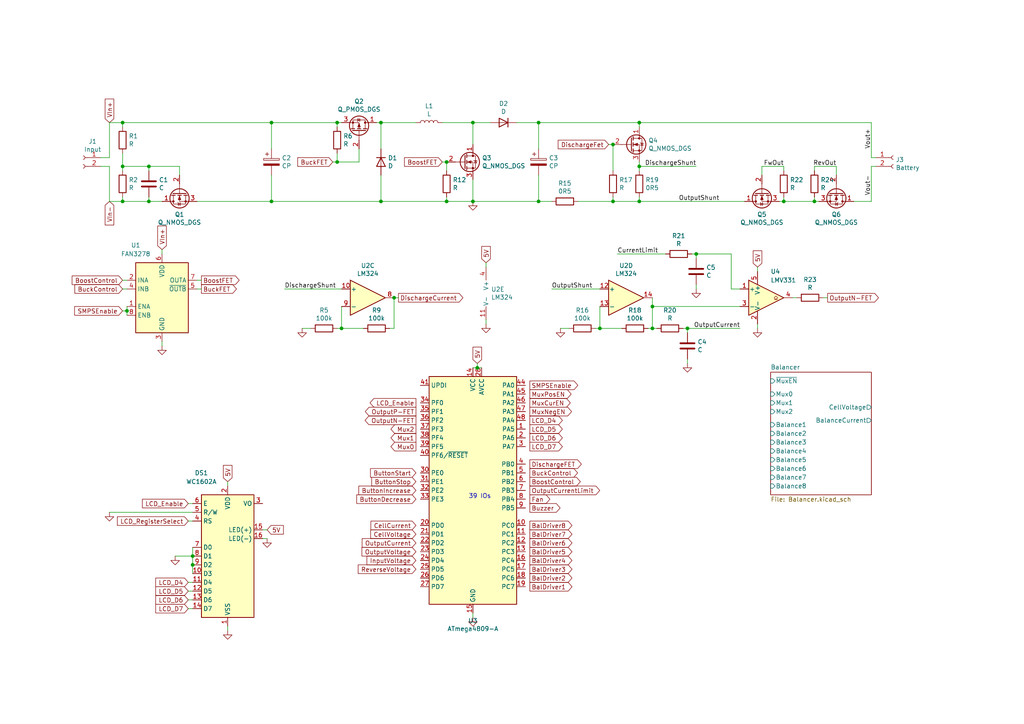
<source format=kicad_sch>
(kicad_sch (version 20211123) (generator eeschema)
  (paper "A4")
  (title_block (title "8-Cell Balancer Charger") (date "2024-01-10") (rev "-"))
  (lib_symbols
    (symbol "Amplifier_Operational:LM324" (pin_names (offset 0.127))
      (property "Reference" "U" (at 0 5.08 0))
      (property "Value" "LM324" (at 0 -5.08 0))
      (symbol "LM324_1_1"
        (pin output line (at 7.62 0 180) (length 2.54) (name "~") (number "1"))
        (pin input line (at -7.62 -2.54 0) (length 2.54) (name "-") (number "2"))
        (pin input line (at -7.62 2.54 0) (length 2.54) (name "+") (number "3"))
      )
      (symbol "LM324_2_1"
        (pin input line (at -7.62 2.54 0) (length 2.54) (name "+") (number "5"))
        (pin input line (at -7.62 -2.54 0) (length 2.54) (name "-") (number "6"))
        (pin output line (at 7.62 0 180) (length 2.54) (name "~") (number "7"))
      )
      (symbol "LM324_3_1"
        (pin input line (at -7.62 2.54 0) (length 2.54) (name "+") (number "10"))
        (pin output line (at 7.62 0 180) (length 2.54) (name "~") (number "8"))
        (pin input line (at -7.62 -2.54 0) (length 2.54) (name "-") (number "9"))
      )
      (symbol "LM324_4_1"
        (pin input line (at -7.62 2.54 0) (length 2.54) (name "+") (number "12"))
        (pin input line (at -7.62 -2.54 0) (length 2.54) (name "-") (number "13"))
        (pin output line (at 7.62 0 180) (length 2.54) (name "~") (number "14"))
      )
      (symbol "LM324_5_1"
        (pin power_in line (at -2.54 -7.62 90) (length 3.81) (name "V-") (number "11"))
        (pin power_in line (at -2.54 7.62 270) (length 3.81) (name "V+") (number "4"))
      )
    )
    (symbol "Comparator:LMV331" (pin_names (offset 0.127))
      (property "Reference" "U" (at 1.27 5.08 0))
      (property "Value" "LMV331" (at 3.81 -5.08 0))
      (symbol "LMV331_1_1"
        (pin input line (at -7.62 2.54 0) (length 2.54) (name "+") (number "1"))
        (pin power_in line (at -2.54 -7.62 90) (length 3.81) (name "V-") (number "2"))
        (pin input line (at -7.62 -2.54 0) (length 2.54) (name "-") (number "3"))
        (pin open_collector line (at 7.62 0 180) (length 2.54) (name "~") (number "4"))
        (pin power_in line (at -2.54 7.62 270) (length 3.81) (name "V+") (number "5"))
      )
    )
    (symbol "Connector:Conn_01x02_Female" (pin_names (offset 1.016) hide)
      (property "Reference" "J" (at 0 2.54 0))
      (property "Value" "Conn_01x02_Female" (at 0 -5.08 0))
      (symbol "Conn_01x02_Female_1_1"
        (pin passive line (at -5.08 0 0) (length 3.81) (name "Pin_1") (number "1"))
        (pin passive line (at -5.08 -2.54 0) (length 3.81) (name "Pin_2") (number "2"))
      )
    )
    (symbol "Device:Buzzer" (pin_names (offset 0.0254) hide)
      (property "Reference" "BZ" (at 3.81 1.27 0))
      (property "Value" "Buzzer" (at 3.81 -1.27 0))
      (symbol "Buzzer_1_1"
        (pin passive line (at -2.54 2.54 0) (length 2.54) (name "-") (number "1"))
        (pin passive line (at -2.54 -2.54 0) (length 2.54) (name "+") (number "2"))
      )
    )
    (symbol "Device:C" (pin_numbers hide) (pin_names (offset 0.254))
      (property "Reference" "C" (at 0.635 2.54 0))
      (property "Value" "C" (at 0.635 -2.54 0))
      (symbol "C_1_1"
        (pin passive line (at 0 3.81 270) (length 2.794) (name "~") (number "1"))
        (pin passive line (at 0 -3.81 90) (length 2.794) (name "~") (number "2"))
      )
    )
    (symbol "Device:CP" (pin_numbers hide) (pin_names (offset 0.254))
      (property "Reference" "C" (at 0.635 2.54 0))
      (property "Value" "Device_CP" (at 0.635 -2.54 0))
      (symbol "CP_1_1"
        (pin passive line (at 0 3.81 270) (length 2.794) (name "~") (number "1"))
        (pin passive line (at 0 -3.81 90) (length 2.794) (name "~") (number "2"))
      )
    )
    (symbol "Device:D" (pin_numbers hide) (pin_names (offset 1.016) hide)
      (property "Reference" "D" (at 0 2.54 0))
      (property "Value" "D" (at 0 -2.54 0))
      (symbol "D_1_1"
        (pin passive line (at -3.81 0 0) (length 2.54) (name "K") (number "1"))
        (pin passive line (at 3.81 0 180) (length 2.54) (name "A") (number "2"))
      )
    )
    (symbol "Device:L" (pin_numbers hide) (pin_names (offset 1.016) hide)
      (property "Reference" "L" (at -1.27 0 90))
      (property "Value" "L" (at 1.905 0 90))
      (symbol "L_1_1"
        (pin passive line (at 0 3.81 270) (length 1.27) (name "1") (number "1"))
        (pin passive line (at 0 -3.81 90) (length 1.27) (name "2") (number "2"))
      )
    )
    (symbol "Device:Q_NMOS_DGS" (pin_names (offset 0) hide)
      (property "Reference" "Q" (at 5.08 1.27 0))
      (property "Value" "Q_NMOS_DGS" (at 5.08 -1.27 0))
      (symbol "Q_NMOS_DGS_1_1"
        (pin passive line (at 2.54 5.08 270) (length 2.54) (name "D") (number "1"))
        (pin input line (at -5.08 0 0) (length 2.54) (name "G") (number "2"))
        (pin passive line (at 2.54 -5.08 90) (length 2.54) (name "S") (number "3"))
      )
    )
    (symbol "Device:Q_PMOS_DGS" (pin_names (offset 0) hide)
      (property "Reference" "Q" (at 5.08 1.27 0))
      (property "Value" "Q_PMOS_DGS" (at 5.08 -1.27 0))
      (symbol "Q_PMOS_DGS_1_1"
        (pin passive line (at 2.54 5.08 270) (length 2.54) (name "D") (number "1"))
        (pin input line (at -5.08 0 0) (length 2.54) (name "G") (number "2"))
        (pin passive line (at 2.54 -5.08 90) (length 2.54) (name "S") (number "3"))
      )
    )
    (symbol "Device:R" (pin_numbers hide) (pin_names (offset 0))
      (property "Reference" "R" (at 2.032 0 90))
      (property "Value" "R" (at 0 0 90))
      (symbol "R_1_1"
        (pin passive line (at 0 3.81 270) (length 1.27) (name "~") (number "1"))
        (pin passive line (at 0 -3.81 90) (length 1.27) (name "~") (number "2"))
      )
    )
    (symbol "Display_Character:WC1602A"
      (property "Reference" "DS" (at -5.842 19.05 0))
      (property "Value" "WC1602A" (at 5.334 19.05 0))
      (symbol "WC1602A_1_1"
        (pin power_in line (at 0 -20.32 90) (length 2.54) (name "VSS") (number "1"))
        (pin input line (at -10.16 -5.08 0) (length 2.54) (name "D3") (number "10"))
        (pin input line (at -10.16 -7.62 0) (length 2.54) (name "D4") (number "11"))
        (pin input line (at -10.16 -10.16 0) (length 2.54) (name "D5") (number "12"))
        (pin input line (at -10.16 -12.7 0) (length 2.54) (name "D6") (number "13"))
        (pin input line (at -10.16 -15.24 0) (length 2.54) (name "D7") (number "14"))
        (pin power_in line (at 10.16 7.62 180) (length 2.54) (name "LED(+)") (number "15"))
        (pin power_in line (at 10.16 5.08 180) (length 2.54) (name "LED(-)") (number "16"))
        (pin power_in line (at 0 20.32 270) (length 2.54) (name "VDD") (number "2"))
        (pin input line (at 10.16 15.24 180) (length 2.54) (name "VO") (number "3"))
        (pin input line (at -10.16 10.16 0) (length 2.54) (name "RS") (number "4"))
        (pin input line (at -10.16 12.7 0) (length 2.54) (name "R/W") (number "5"))
        (pin input line (at -10.16 15.24 0) (length 2.54) (name "E") (number "6"))
        (pin input line (at -10.16 2.54 0) (length 2.54) (name "D0") (number "7"))
        (pin input line (at -10.16 0 0) (length 2.54) (name "D1") (number "8"))
        (pin input line (at -10.16 -2.54 0) (length 2.54) (name "D2") (number "9"))
      )
    )
    (symbol "Driver_FET:FAN3278"
      (property "Reference" "U" (at -2.54 13.97 0))
      (property "Value" "FAN3278" (at -2.54 11.43 0))
      (symbol "FAN3278_1_1"
        (pin input line (at -10.16 -2.54 0) (length 2.54) (name "ENA") (number "1"))
        (pin input line (at -10.16 5.08 0) (length 2.54) (name "INA") (number "2"))
        (pin power_in line (at 0 -12.7 90) (length 2.54) (name "GND") (number "3"))
        (pin input line (at -10.16 2.54 0) (length 2.54) (name "INB") (number "4"))
        (pin output line (at 10.16 2.54 180) (length 2.54) (name "~{OUTB}") (number "5"))
        (pin power_in line (at 0 12.7 270) (length 2.54) (name "VDD") (number "6"))
        (pin output line (at 10.16 5.08 180) (length 2.54) (name "OUTA") (number "7"))
        (pin input line (at -10.16 -5.08 0) (length 2.54) (name "ENB") (number "8"))
      )
    )
    (symbol "MCU_Microchip_ATmega:ATmega4809-A"
      (property "Reference" "U" (at -12.7 34.29 0))
      (property "Value" "ATmega4809-A" (at 2.54 -34.29 0))
      (symbol "ATmega4809-A_1_1"
        (pin bidirectional line (at 15.24 17.78 180) (length 2.54) (name "PA5") (number "1"))
        (pin bidirectional line (at 15.24 -10.16 180) (length 2.54) (name "PC0") (number "10"))
        (pin bidirectional line (at 15.24 -12.7 180) (length 2.54) (name "PC1") (number "11"))
        (pin bidirectional line (at 15.24 -15.24 180) (length 2.54) (name "PC2") (number "12"))
        (pin bidirectional line (at 15.24 -17.78 180) (length 2.54) (name "PC3") (number "13"))
        (pin power_in line (at 0 35.56 270) (length 2.54) (name "VCC") (number "14"))
        (pin power_in line (at 0 -35.56 90) (length 2.54) (name "GND") (number "15"))
        (pin bidirectional line (at 15.24 -20.32 180) (length 2.54) (name "PC4") (number "16"))
        (pin bidirectional line (at 15.24 -22.86 180) (length 2.54) (name "PC5") (number "17"))
        (pin bidirectional line (at 15.24 -25.4 180) (length 2.54) (name "PC6") (number "18"))
        (pin bidirectional line (at 15.24 -27.94 180) (length 2.54) (name "PC7") (number "19"))
        (pin bidirectional line (at 15.24 15.24 180) (length 2.54) (name "PA6") (number "2"))
        (pin bidirectional line (at -15.24 -10.16 0) (length 2.54) (name "PD0") (number "20"))
        (pin bidirectional line (at -15.24 -12.7 0) (length 2.54) (name "PD1") (number "21"))
        (pin bidirectional line (at -15.24 -15.24 0) (length 2.54) (name "PD2") (number "22"))
        (pin bidirectional line (at -15.24 -17.78 0) (length 2.54) (name "PD3") (number "23"))
        (pin bidirectional line (at -15.24 -20.32 0) (length 2.54) (name "PD4") (number "24"))
        (pin bidirectional line (at -15.24 -22.86 0) (length 2.54) (name "PD5") (number "25"))
        (pin bidirectional line (at -15.24 -25.4 0) (length 2.54) (name "PD6") (number "26"))
        (pin bidirectional line (at -15.24 -27.94 0) (length 2.54) (name "PD7") (number "27"))
        (pin power_in line (at 2.54 35.56 270) (length 2.54) (name "AVCC") (number "28"))
        (pin passive line (at 0 -35.56 90) (length 2.54) hide (name "GND") (number "29"))
        (pin bidirectional line (at 15.24 12.7 180) (length 2.54) (name "PA7") (number "3"))
        (pin bidirectional line (at -15.24 5.08 0) (length 2.54) (name "PE0") (number "30"))
        (pin bidirectional line (at -15.24 2.54 0) (length 2.54) (name "PE1") (number "31"))
        (pin bidirectional line (at -15.24 0 0) (length 2.54) (name "PE2") (number "32"))
        (pin bidirectional line (at -15.24 -2.54 0) (length 2.54) (name "PE3") (number "33"))
        (pin bidirectional line (at -15.24 25.4 0) (length 2.54) (name "PF0") (number "34"))
        (pin bidirectional line (at -15.24 22.86 0) (length 2.54) (name "PF1") (number "35"))
        (pin bidirectional line (at -15.24 20.32 0) (length 2.54) (name "PF2") (number "36"))
        (pin bidirectional line (at -15.24 17.78 0) (length 2.54) (name "PF3") (number "37"))
        (pin bidirectional line (at -15.24 15.24 0) (length 2.54) (name "PF4") (number "38"))
        (pin bidirectional line (at -15.24 12.7 0) (length 2.54) (name "PF5") (number "39"))
        (pin bidirectional line (at 15.24 7.62 180) (length 2.54) (name "PB0") (number "4"))
        (pin bidirectional line (at -15.24 10.16 0) (length 2.54) (name "PF6/~{RESET}") (number "40"))
        (pin bidirectional line (at -15.24 30.48 0) (length 2.54) (name "UPDI") (number "41"))
        (pin passive line (at 0 35.56 270) (length 2.54) hide (name "VCC") (number "42"))
        (pin passive line (at 0 -35.56 90) (length 2.54) hide (name "GND") (number "43"))
        (pin bidirectional line (at 15.24 30.48 180) (length 2.54) (name "PA0") (number "44"))
        (pin bidirectional line (at 15.24 27.94 180) (length 2.54) (name "PA1") (number "45"))
        (pin bidirectional line (at 15.24 25.4 180) (length 2.54) (name "PA2") (number "46"))
        (pin bidirectional line (at 15.24 22.86 180) (length 2.54) (name "PA3") (number "47"))
        (pin bidirectional line (at 15.24 20.32 180) (length 2.54) (name "PA4") (number "48"))
        (pin bidirectional line (at 15.24 5.08 180) (length 2.54) (name "PB1") (number "5"))
        (pin bidirectional line (at 15.24 2.54 180) (length 2.54) (name "PB2") (number "6"))
        (pin bidirectional line (at 15.24 0 180) (length 2.54) (name "PB3") (number "7"))
        (pin bidirectional line (at 15.24 -2.54 180) (length 2.54) (name "PB4") (number "8"))
        (pin bidirectional line (at 15.24 -5.08 180) (length 2.54) (name "PB5") (number "9"))
      )
    )
    (symbol "Regulator_Linear:L7805" (pin_names (offset 0.254))
      (property "Reference" "U" (at -3.81 3.175 0))
      (property "Value" "L7805" (at 0 3.175 0))
      (symbol "L7805_1_1"
        (pin power_in line (at -7.62 0 0) (length 2.54) (name "IN") (number "1"))
        (pin power_in line (at 0 -7.62 90) (length 2.54) (name "GND") (number "2"))
        (pin power_out line (at 7.62 0 180) (length 2.54) (name "OUT") (number "3"))
      )
    )
    (symbol "Switch:SW_Push" (pin_numbers hide) (pin_names (offset 1.016) hide)
      (property "Reference" "SW" (at 1.27 2.54 0))
      (property "Value" "SW_Push" (at 0 -1.524 0))
      (symbol "SW_Push_0_1"
        (pin passive line (at -5.08 0 0) (length 2.54) (name "1") (number "1"))
        (pin passive line (at 5.08 0 180) (length 2.54) (name "2") (number "2"))
      )
    )
    (symbol "power:GND" (power) (pin_names (offset 0))
      (property "Value" "GND" (at 0 -3.81 0))
      (symbol "GND_1_1"
        (pin power_in line (at 0 0 270) (length 0) hide (name "GND") (number "1"))
      )
    )
  )
  (junction (at 236.22 58.42))
  (junction (at 35.56 48.26))
  (junction (at 201.93 73.66))
  (junction (at 110.49 58.42))
  (junction (at 80.01 236.22))
  (junction (at 35.56 58.42))
  (junction (at 274.32 240.03))
  (junction (at 55.88 161.29))
  (junction (at 173.99 95.25))
  (junction (at 264.16 231.14))
  (junction (at 185.42 58.42))
  (junction (at 129.54 58.42))
  (junction (at 129.54 46.99))
  (junction (at 110.49 35.56))
  (junction (at 35.56 35.56))
  (junction (at 99.06 95.25))
  (junction (at 43.18 58.42))
  (junction (at 97.79 35.56))
  (junction (at 156.21 35.56))
  (junction (at 78.74 35.56))
  (junction (at 156.21 58.42))
  (junction (at 284.48 231.14))
  (junction (at 97.79 46.99))
  (junction (at 189.23 95.25))
  (junction (at 137.16 58.42))
  (junction (at 177.8 41.91))
  (junction (at 138.43 106.68))
  (junction (at 36.83 90.17))
  (junction (at 199.39 95.25))
  (junction (at 55.88 163.83))
  (junction (at 143.51 236.22))
  (junction (at 43.18 48.26))
  (junction (at 185.42 48.26))
  (junction (at 137.16 35.56))
  (junction (at 185.42 35.56))
  (junction (at 189.23 88.9))
  (junction (at 227.33 58.42))
  (junction (at 177.8 58.42))
  (junction (at 78.74 58.42))
  (junction (at 120.65 236.22))
  (junction (at 100.33 236.22))
  (junction (at 114.3 86.36))
  (wire (pts (xy 55.88 163.83) (xy 55.88 166.37)))
  (wire (pts (xy 173.99 88.9) (xy 173.99 95.25)))
  (wire (pts (xy 55.88 171.45) (xy 54.61 171.45)))
  (wire (pts (xy 114.3 95.25) (xy 114.3 86.36)))
  (wire (pts (xy 177.8 57.15) (xy 177.8 58.42)))
  (wire (pts (xy 231.14 229.87) (xy 219.71 229.87)))
  (wire (pts (xy 97.79 36.83) (xy 97.79 35.56)))
  (wire (pts (xy 90.17 95.25) (xy 87.63 95.25)))
  (wire (pts (xy 189.23 88.9) (xy 189.23 95.25)))
  (wire (pts (xy 226.06 58.42) (xy 227.33 58.42)))
  (wire (pts (xy 97.79 35.56) (xy 78.74 35.56)))
  (wire (pts (xy 100.33 236.22) (xy 101.6 236.22)))
  (wire (pts (xy 43.18 58.42) (xy 35.56 58.42)))
  (wire (pts (xy 238.76 86.36) (xy 240.03 86.36)))
  (wire (pts (xy 227.33 48.26) (xy 220.98 48.26)))
  (wire (pts (xy 236.22 58.42) (xy 237.49 58.42)))
  (wire (pts (xy 36.83 88.9) (xy 36.83 90.17)))
  (wire (pts (xy 78.74 58.42) (xy 110.49 58.42)))
  (wire (pts (xy 120.65 234.95) (xy 120.65 236.22)))
  (wire (pts (xy 254 45.72) (xy 252.73 45.72)))
  (wire (pts (xy 156.21 50.8) (xy 156.21 58.42)))
  (wire (pts (xy 100.33 246.38) (xy 100.33 245.11)))
  (wire (pts (xy 104.14 43.18) (xy 104.14 46.99)))
  (wire (pts (xy 140.97 76.2) (xy 140.97 77.47)))
  (wire (pts (xy 66.04 139.7) (xy 66.04 140.97)))
  (wire (pts (xy 54.61 173.99) (xy 55.88 173.99)))
  (wire (pts (xy 236.22 57.15) (xy 236.22 58.42)))
  (wire (pts (xy 55.88 240.03) (xy 57.15 240.03)))
  (wire (pts (xy 177.8 58.42) (xy 185.42 58.42)))
  (wire (pts (xy 252.73 58.42) (xy 252.73 48.26)))
  (wire (pts (xy 242.57 48.26) (xy 242.57 50.8)))
  (wire (pts (xy 149.86 35.56) (xy 156.21 35.56)))
  (wire (pts (xy 185.42 49.53) (xy 185.42 48.26)))
  (wire (pts (xy 55.88 151.13) (xy 54.61 151.13)))
  (wire (pts (xy 78.74 43.18) (xy 78.74 35.56)))
  (wire (pts (xy 187.96 95.25) (xy 189.23 95.25)))
  (wire (pts (xy 229.87 86.36) (xy 231.14 86.36)))
  (wire (pts (xy 185.42 243.84) (xy 201.93 243.84)))
  (wire (pts (xy 227.33 58.42) (xy 236.22 58.42)))
  (wire (pts (xy 227.33 49.53) (xy 227.33 48.26)))
  (wire (pts (xy 143.51 226.06) (xy 143.51 227.33)))
  (wire (pts (xy 201.93 48.26) (xy 185.42 48.26)))
  (wire (pts (xy 54.61 168.91) (xy 55.88 168.91)))
  (wire (pts (xy 185.42 58.42) (xy 185.42 57.15)))
  (wire (pts (xy 99.06 88.9) (xy 99.06 95.25)))
  (wire (pts (xy 100.33 236.22) (xy 100.33 237.49)))
  (wire (pts (xy 35.56 57.15) (xy 35.56 58.42)))
  (wire (pts (xy 185.42 48.26) (xy 185.42 46.99)))
  (wire (pts (xy 196.85 229.87) (xy 185.42 229.87)))
  (wire (pts (xy 99.06 35.56) (xy 97.79 35.56)))
  (wire (pts (xy 35.56 58.42) (xy 31.75 58.42)))
  (wire (pts (xy 219.71 78.74) (xy 219.71 77.47)))
  (wire (pts (xy 128.27 46.99) (xy 129.54 46.99)))
  (wire (pts (xy 54.61 228.6) (xy 55.88 228.6)))
  (wire (pts (xy 185.42 35.56) (xy 252.73 35.56)))
  (wire (pts (xy 281.94 231.14) (xy 284.48 231.14)))
  (wire (pts (xy 80.01 236.22) (xy 80.01 237.49)))
  (wire (pts (xy 220.98 48.26) (xy 220.98 50.8)))
  (wire (pts (xy 57.15 245.11) (xy 55.88 245.11)))
  (wire (pts (xy 35.56 35.56) (xy 78.74 35.56)))
  (wire (pts (xy 100.33 234.95) (xy 100.33 236.22)))
  (wire (pts (xy 43.18 48.26) (xy 43.18 49.53)))
  (wire (pts (xy 80.01 236.22) (xy 81.28 236.22)))
  (wire (pts (xy 201.93 73.66) (xy 212.09 73.66)))
  (wire (pts (xy 274.32 240.03) (xy 284.48 240.03)))
  (wire (pts (xy 274.32 241.3) (xy 274.32 240.03)))
  (wire (pts (xy 264.16 232.41) (xy 264.16 231.14)))
  (wire (pts (xy 35.56 83.82) (xy 36.83 83.82)))
  (wire (pts (xy 100.33 227.33) (xy 100.33 226.06)))
  (wire (pts (xy 80.01 234.95) (xy 80.01 236.22)))
  (wire (pts (xy 43.18 48.26) (xy 52.07 48.26)))
  (wire (pts (xy 110.49 50.8) (xy 110.49 58.42)))
  (wire (pts (xy 129.54 58.42) (xy 137.16 58.42)))
  (wire (pts (xy 140.97 92.71) (xy 140.97 93.98)))
  (wire (pts (xy 110.49 35.56) (xy 120.65 35.56)))
  (wire (pts (xy 114.3 86.36) (xy 115.57 86.36)))
  (wire (pts (xy 227.33 57.15) (xy 227.33 58.42)))
  (wire (pts (xy 35.56 48.26) (xy 43.18 48.26)))
  (wire (pts (xy 76.2 156.21) (xy 77.47 156.21)))
  (wire (pts (xy 252.73 45.72) (xy 252.73 35.56)))
  (wire (pts (xy 113.03 95.25) (xy 114.3 95.25)))
  (wire (pts (xy 179.07 73.66) (xy 193.04 73.66)))
  (wire (pts (xy 31.75 148.59) (xy 55.88 148.59)))
  (wire (pts (xy 200.66 73.66) (xy 201.93 73.66)))
  (wire (pts (xy 58.42 83.82) (xy 57.15 83.82)))
  (wire (pts (xy 209.55 243.84) (xy 208.28 243.84)))
  (wire (pts (xy 54.61 146.05) (xy 55.88 146.05)))
  (wire (pts (xy 55.88 176.53) (xy 54.61 176.53)))
  (wire (pts (xy 252.73 48.26) (xy 254 48.26)))
  (wire (pts (xy 172.72 95.25) (xy 173.99 95.25)))
  (wire (pts (xy 177.8 41.91) (xy 177.8 49.53)))
  (wire (pts (xy 57.15 58.42) (xy 78.74 58.42)))
  (wire (pts (xy 143.51 234.95) (xy 143.51 236.22)))
  (wire (pts (xy 138.43 105.41) (xy 138.43 106.68)))
  (wire (pts (xy 66.04 181.61) (xy 66.04 182.88)))
  (wire (pts (xy 46.99 72.39) (xy 46.99 73.66)))
  (wire (pts (xy 212.09 73.66) (xy 212.09 83.82)))
  (wire (pts (xy 199.39 95.25) (xy 214.63 95.25)))
  (wire (pts (xy 137.16 52.07) (xy 137.16 58.42)))
  (wire (pts (xy 57.15 81.28) (xy 58.42 81.28)))
  (wire (pts (xy 212.09 83.82) (xy 214.63 83.82)))
  (wire (pts (xy 35.56 48.26) (xy 35.56 49.53)))
  (wire (pts (xy 264.16 240.03) (xy 274.32 240.03)))
  (wire (pts (xy 129.54 57.15) (xy 129.54 58.42)))
  (wire (pts (xy 128.27 35.56) (xy 137.16 35.56)))
  (wire (pts (xy 236.22 49.53) (xy 236.22 48.26)))
  (wire (pts (xy 138.43 106.68) (xy 137.16 106.68)))
  (wire (pts (xy 35.56 44.45) (xy 35.56 48.26)))
  (wire (pts (xy 52.07 48.26) (xy 52.07 50.8)))
  (wire (pts (xy 198.12 95.25) (xy 199.39 95.25)))
  (wire (pts (xy 31.75 35.56) (xy 35.56 35.56)))
  (wire (pts (xy 31.75 48.26) (xy 31.75 58.42)))
  (wire (pts (xy 82.55 83.82) (xy 99.06 83.82)))
  (wire (pts (xy 97.79 46.99) (xy 104.14 46.99)))
  (wire (pts (xy 36.83 90.17) (xy 36.83 91.44)))
  (wire (pts (xy 156.21 35.56) (xy 156.21 43.18)))
  (wire (pts (xy 78.74 50.8) (xy 78.74 58.42)))
  (wire (pts (xy 264.16 231.14) (xy 260.35 231.14)))
  (wire (pts (xy 96.52 46.99) (xy 97.79 46.99)))
  (wire (pts (xy 137.16 35.56) (xy 142.24 35.56)))
  (wire (pts (xy 55.88 161.29) (xy 50.8 161.29)))
  (wire (pts (xy 189.23 95.25) (xy 190.5 95.25)))
  (wire (pts (xy 97.79 44.45) (xy 97.79 46.99)))
  (wire (pts (xy 173.99 95.25) (xy 180.34 95.25)))
  (wire (pts (xy 80.01 246.38) (xy 80.01 245.11)))
  (wire (pts (xy 143.51 246.38) (xy 143.51 245.11)))
  (wire (pts (xy 129.54 49.53) (xy 129.54 46.99)))
  (wire (pts (xy 199.39 95.25) (xy 199.39 96.52)))
  (wire (pts (xy 156.21 58.42) (xy 160.02 58.42)))
  (wire (pts (xy 176.53 41.91) (xy 177.8 41.91)))
  (wire (pts (xy 55.88 226.06) (xy 54.61 226.06)))
  (wire (pts (xy 165.1 95.25) (xy 162.56 95.25)))
  (wire (pts (xy 29.21 48.26) (xy 31.75 48.26)))
  (wire (pts (xy 110.49 58.42) (xy 129.54 58.42)))
  (wire (pts (xy 156.21 35.56) (xy 185.42 35.56)))
  (wire (pts (xy 143.51 236.22) (xy 144.78 236.22)))
  (wire (pts (xy 110.49 35.56) (xy 110.49 43.18)))
  (wire (pts (xy 97.79 95.25) (xy 99.06 95.25)))
  (wire (pts (xy 109.22 35.56) (xy 110.49 35.56)))
  (wire (pts (xy 35.56 90.17) (xy 36.83 90.17)))
  (wire (pts (xy 219.71 95.25) (xy 219.71 93.98)))
  (wire (pts (xy 137.16 35.56) (xy 137.16 41.91)))
  (wire (pts (xy 185.42 58.42) (xy 215.9 58.42)))
  (wire (pts (xy 274.32 240.03) (xy 274.32 238.76)))
  (wire (pts (xy 55.88 161.29) (xy 55.88 163.83)))
  (wire (pts (xy 236.22 48.26) (xy 242.57 48.26)))
  (wire (pts (xy 175.26 229.87) (xy 173.99 229.87)))
  (wire (pts (xy 43.18 57.15) (xy 43.18 58.42)))
  (wire (pts (xy 138.43 106.68) (xy 139.7 106.68)))
  (wire (pts (xy 167.64 58.42) (xy 177.8 58.42)))
  (wire (pts (xy 55.88 158.75) (xy 55.88 161.29)))
  (wire (pts (xy 247.65 58.42) (xy 252.73 58.42)))
  (wire (pts (xy 29.21 45.72) (xy 31.75 45.72)))
  (wire (pts (xy 189.23 88.9) (xy 214.63 88.9)))
  (wire (pts (xy 209.55 229.87) (xy 208.28 229.87)))
  (wire (pts (xy 36.83 81.28) (xy 35.56 81.28)))
  (wire (pts (xy 35.56 36.83) (xy 35.56 35.56)))
  (wire (pts (xy 80.01 227.33) (xy 80.01 226.06)))
  (wire (pts (xy 219.71 243.84) (xy 234.95 243.84)))
  (wire (pts (xy 284.48 232.41) (xy 284.48 231.14)))
  (wire (pts (xy 189.23 86.36) (xy 189.23 88.9)))
  (wire (pts (xy 160.02 83.82) (xy 173.99 83.82)))
  (wire (pts (xy 266.7 231.14) (xy 264.16 231.14)))
  (wire (pts (xy 199.39 105.41) (xy 199.39 104.14)))
  (wire (pts (xy 143.51 236.22) (xy 143.51 237.49)))
  (wire (pts (xy 99.06 95.25) (xy 105.41 95.25)))
  (wire (pts (xy 201.93 73.66) (xy 201.93 74.93)))
  (wire (pts (xy 46.99 100.33) (xy 46.99 99.06)))
  (wire (pts (xy 120.65 246.38) (xy 120.65 245.11)))
  (wire (pts (xy 120.65 236.22) (xy 121.92 236.22)))
  (wire (pts (xy 137.16 58.42) (xy 156.21 58.42)))
  (wire (pts (xy 137.16 177.8) (xy 137.16 179.07)))
  (wire (pts (xy 76.2 153.67) (xy 77.47 153.67)))
  (wire (pts (xy 120.65 226.06) (xy 120.65 227.33)))
  (wire (pts (xy 284.48 231.14) (xy 288.29 231.14)))
  (wire (pts (xy 120.65 236.22) (xy 120.65 237.49)))
  (wire (pts (xy 185.42 36.83) (xy 185.42 35.56)))
  (wire (pts (xy 175.26 243.84) (xy 173.99 243.84)))
  (wire (pts (xy 201.93 83.82) (xy 201.93 82.55)))
  (wire (pts (xy 31.75 35.56) (xy 31.75 45.72)))
  (wire (pts (xy 46.99 58.42) (xy 43.18 58.42)))
  (text "39 IOs" (at 135.89 144.78 0) (effects (font (size 1.27 1.27)) (justify left bottom)))
  (label "DischargeShunt" (at 82.55 83.82 0))
  (label "OutputShunt" (at 160.02 83.82 0))
  (label "Vout-" (at 252.73 50.8 270))
  (label "Vout+" (at 252.73 43.18 90))
  (label "CurrentLimit" (at 179.07 73.66 0))
  (label "ButtonDecrease" (at 201.93 243.84 180))
  (label "OutputCurrent" (at 214.63 95.25 180))
  (label "ButtonStop" (at 196.85 229.87 180))
  (label "DischargeShunt" (at 201.93 48.26 180))
  (label "OutputShunt" (at 196.85 58.42 0))
  (label "FwOut" (at 227.33 48.26 180))
  (label "ButtonStart" (at 231.14 229.87 180))
  (label "RevOut" (at 242.57 48.26 180))
  (label "ButtonIncrease" (at 234.95 243.84 180))
  (global_label "Fan" (shape output) (at 153.67 144.78 0) (property "Intersheet References" "${INTERSHEET_REFS}" (effects hide)))
  (global_label "LCD_D4" (shape input) (at 54.61 168.91 180) (property "Intersheet References" "${INTERSHEET_REFS}" (effects hide)))
  (global_label "5V" (shape input) (at 80.01 226.06 90) (property "Intersheet References" "${INTERSHEET_REFS}" (effects hide)))
  (global_label "OutputCurrent" (shape input) (at 120.65 157.48 180) (property "Intersheet References" "${INTERSHEET_REFS}" (effects hide)))
  (global_label "LCD_D4" (shape output) (at 153.67 121.92 0) (property "Intersheet References" "${INTERSHEET_REFS}" (effects hide)))
  (global_label "MuxPosEN" (shape output) (at 153.67 114.3 0) (property "Intersheet References" "${INTERSHEET_REFS}" (effects hide)))
  (global_label "ReverseVoltage" (shape output) (at 144.78 236.22 0) (property "Intersheet References" "${INTERSHEET_REFS}" (effects hide)))
  (global_label "BuckControl" (shape output) (at 153.67 137.16 0) (property "Intersheet References" "${INTERSHEET_REFS}" (effects hide)))
  (global_label "CellVoltage" (shape input) (at 120.65 154.94 180) (property "Intersheet References" "${INTERSHEET_REFS}" (effects hide)))
  (global_label "Temperature" (shape output) (at 81.28 236.22 0) (property "Intersheet References" "${INTERSHEET_REFS}" (effects hide)))
  (global_label "Fan" (shape input) (at 54.61 226.06 180) (property "Intersheet References" "${INTERSHEET_REFS}" (effects hide)))
  (global_label "ButtonIncrease" (shape input) (at 120.65 142.24 180) (property "Intersheet References" "${INTERSHEET_REFS}" (effects hide)))
  (global_label "5V" (shape input) (at 288.29 231.14 0) (property "Intersheet References" "${INTERSHEET_REFS}" (effects hide)))
  (global_label "OutputP-FET" (shape output) (at 120.65 119.38 180) (property "Intersheet References" "${INTERSHEET_REFS}" (effects hide)))
  (global_label "LCD_Enable" (shape input) (at 54.61 146.05 180) (property "Intersheet References" "${INTERSHEET_REFS}" (effects hide)))
  (global_label "InputVoltage" (shape input) (at 120.65 162.56 180) (property "Intersheet References" "${INTERSHEET_REFS}" (effects hide)))
  (global_label "LCD_RegisterSelect" (shape input) (at 54.61 151.13 180) (property "Intersheet References" "${INTERSHEET_REFS}" (effects hide)))
  (global_label "OutputN-FET" (shape output) (at 120.65 121.92 180) (property "Intersheet References" "${INTERSHEET_REFS}" (effects hide)))
  (global_label "DischargeFET" (shape output) (at 153.67 134.62 0) (property "Intersheet References" "${INTERSHEET_REFS}" (effects hide)))
  (global_label "5V" (shape input) (at 219.71 77.47 90) (property "Intersheet References" "${INTERSHEET_REFS}" (effects hide)))
  (global_label "LCD_D7" (shape output) (at 153.67 129.54 0) (property "Intersheet References" "${INTERSHEET_REFS}" (effects hide)))
  (global_label "BoostControl" (shape input) (at 35.56 81.28 180) (property "Intersheet References" "${INTERSHEET_REFS}" (effects hide)))
  (global_label "OutputN-FET" (shape output) (at 240.03 86.36 0) (property "Intersheet References" "${INTERSHEET_REFS}" (effects hide)))
  (global_label "OutputVoltage" (shape input) (at 120.65 160.02 180) (property "Intersheet References" "${INTERSHEET_REFS}" (effects hide)))
  (global_label "VOut+" (shape input) (at 120.65 226.06 90) (property "Intersheet References" "${INTERSHEET_REFS}" (effects hide)))
  (global_label "5V" (shape input) (at 138.43 105.41 90) (property "Intersheet References" "${INTERSHEET_REFS}" (effects hide)))
  (global_label "SMPSEnable" (shape input) (at 35.56 90.17 180) (property "Intersheet References" "${INTERSHEET_REFS}" (effects hide)))
  (global_label "BalDriver6" (shape output) (at 153.67 157.48 0) (property "Intersheet References" "${INTERSHEET_REFS}" (effects hide)))
  (global_label "Buzzer" (shape input) (at 55.88 240.03 180) (property "Intersheet References" "${INTERSHEET_REFS}" (effects hide)))
  (global_label "DischargeCurrent" (shape output) (at 115.57 86.36 0) (property "Intersheet References" "${INTERSHEET_REFS}" (effects hide)))
  (global_label "SMPSEnable" (shape output) (at 153.67 111.76 0) (property "Intersheet References" "${INTERSHEET_REFS}" (effects hide)))
  (global_label "OutputCurrentLimit" (shape output) (at 153.67 142.24 0) (property "Intersheet References" "${INTERSHEET_REFS}" (effects hide)))
  (global_label "ButtonStart" (shape input) (at 120.65 137.16 180) (property "Intersheet References" "${INTERSHEET_REFS}" (effects hide)))
  (global_label "BalDriver3" (shape output) (at 153.67 165.1 0) (property "Intersheet References" "${INTERSHEET_REFS}" (effects hide)))
  (global_label "LCD_D5" (shape input) (at 54.61 171.45 180) (property "Intersheet References" "${INTERSHEET_REFS}" (effects hide)))
  (global_label "VIn+" (shape input) (at 46.99 72.39 90) (property "Intersheet References" "${INTERSHEET_REFS}" (effects hide)))
  (global_label "BuckFET" (shape input) (at 96.52 46.99 180) (property "Intersheet References" "${INTERSHEET_REFS}" (effects hide)))
  (global_label "VIn+" (shape input) (at 260.35 231.14 180) (property "Intersheet References" "${INTERSHEET_REFS}" (effects hide)))
  (global_label "LCD_D6" (shape input) (at 54.61 173.99 180) (property "Intersheet References" "${INTERSHEET_REFS}" (effects hide)))
  (global_label "BuckControl" (shape input) (at 35.56 83.82 180) (property "Intersheet References" "${INTERSHEET_REFS}" (effects hide)))
  (global_label "VIn-" (shape input) (at 31.75 58.42 270) (property "Intersheet References" "${INTERSHEET_REFS}" (effects hide)))
  (global_label "Mux0" (shape output) (at 120.65 129.54 180) (property "Intersheet References" "${INTERSHEET_REFS}" (effects hide)))
  (global_label "BalDriver8" (shape output) (at 153.67 152.4 0) (property "Intersheet References" "${INTERSHEET_REFS}" (effects hide)))
  (global_label "ButtonDecrease" (shape input) (at 120.65 144.78 180) (property "Intersheet References" "${INTERSHEET_REFS}" (effects hide)))
  (global_label "BoostControl" (shape output) (at 153.67 139.7 0) (property "Intersheet References" "${INTERSHEET_REFS}" (effects hide)))
  (global_label "5V" (shape input) (at 77.47 153.67 0) (property "Intersheet References" "${INTERSHEET_REFS}" (effects hide)))
  (global_label "LCD_D5" (shape output) (at 153.67 124.46 0) (property "Intersheet References" "${INTERSHEET_REFS}" (effects hide)))
  (global_label "Buzzer" (shape output) (at 153.67 147.32 0) (property "Intersheet References" "${INTERSHEET_REFS}" (effects hide)))
  (global_label "VIn+" (shape input) (at 31.75 35.56 90) (property "Intersheet References" "${INTERSHEET_REFS}" (effects hide)))
  (global_label "MuxCurEN" (shape output) (at 153.67 116.84 0) (property "Intersheet References" "${INTERSHEET_REFS}" (effects hide)))
  (global_label "BoostFET" (shape input) (at 128.27 46.99 180) (property "Intersheet References" "${INTERSHEET_REFS}" (effects hide)))
  (global_label "LCD_D6" (shape output) (at 153.67 127 0) (property "Intersheet References" "${INTERSHEET_REFS}" (effects hide)))
  (global_label "BalDriver4" (shape output) (at 153.67 162.56 0) (property "Intersheet References" "${INTERSHEET_REFS}" (effects hide)))
  (global_label "BuckFET" (shape output) (at 58.42 83.82 0) (property "Intersheet References" "${INTERSHEET_REFS}" (effects hide)))
  (global_label "DischargeFet" (shape input) (at 176.53 41.91 180) (property "Intersheet References" "${INTERSHEET_REFS}" (effects hide)))
  (global_label "VIn+" (shape input) (at 100.33 226.06 90) (property "Intersheet References" "${INTERSHEET_REFS}" (effects hide)))
  (global_label "CellCurrent" (shape input) (at 120.65 152.4 180) (property "Intersheet References" "${INTERSHEET_REFS}" (effects hide)))
  (global_label "Mux1" (shape output) (at 120.65 127 180) (property "Intersheet References" "${INTERSHEET_REFS}" (effects hide)))
  (global_label "VOut-" (shape input) (at 143.51 226.06 90) (property "Intersheet References" "${INTERSHEET_REFS}" (effects hide)))
  (global_label "5V" (shape input) (at 140.97 76.2 90) (property "Intersheet References" "${INTERSHEET_REFS}" (effects hide)))
  (global_label "OutputVoltage" (shape output) (at 121.92 236.22 0) (property "Intersheet References" "${INTERSHEET_REFS}" (effects hide)))
  (global_label "BoostFET" (shape output) (at 58.42 81.28 0) (property "Intersheet References" "${INTERSHEET_REFS}" (effects hide)))
  (global_label "5V" (shape input) (at 66.04 139.7 90) (property "Intersheet References" "${INTERSHEET_REFS}" (effects hide)))
  (global_label "MuxNegEN" (shape output) (at 153.67 119.38 0) (property "Intersheet References" "${INTERSHEET_REFS}" (effects hide)))
  (global_label "BalDriver5" (shape output) (at 153.67 160.02 0) (property "Intersheet References" "${INTERSHEET_REFS}" (effects hide)))
  (global_label "ReverseVoltage" (shape input) (at 120.65 165.1 180) (property "Intersheet References" "${INTERSHEET_REFS}" (effects hide)))
  (global_label "LCD_Enable" (shape output) (at 120.65 116.84 180) (property "Intersheet References" "${INTERSHEET_REFS}" (effects hide)))
  (global_label "BalDriver1" (shape output) (at 153.67 170.18 0) (property "Intersheet References" "${INTERSHEET_REFS}" (effects hide)))
  (global_label "ButtonStop" (shape input) (at 120.65 139.7 180) (property "Intersheet References" "${INTERSHEET_REFS}" (effects hide)))
  (global_label "BalDriver2" (shape output) (at 153.67 167.64 0) (property "Intersheet References" "${INTERSHEET_REFS}" (effects hide)))
  (global_label "BalDriver7" (shape output) (at 153.67 154.94 0) (property "Intersheet References" "${INTERSHEET_REFS}" (effects hide)))
  (global_label "Mux2" (shape output) (at 120.65 124.46 180) (property "Intersheet References" "${INTERSHEET_REFS}" (effects hide)))
  (global_label "LCD_D7" (shape input) (at 54.61 176.53 180) (property "Intersheet References" "${INTERSHEET_REFS}" (effects hide)))
  (global_label "InputVoltage" (shape output) (at 101.6 236.22 0) (property "Intersheet References" "${INTERSHEET_REFS}" (effects hide)))
  (symbol (lib_id "MCU_Microchip_ATmega:ATmega4809-A") (at 137.16 142.24 0) (unit 1)
    (property "Reference" "U3" (at 137.16 180.0606 0))
    (property "Value" "ATmega4809-A" (at 137.16 182.372 0))
    (property "Footprint" "Package_QFP:TQFP-48_7x7mm_P0.5mm" (effects hide))
    (property "Datasheet" "http://ww1.microchip.com/downloads/en/DeviceDoc/40002016A.pdf" (effects hide))
  )
  (symbol (lib_id "Amplifier_Operational:LM324") (at 106.68 86.36 0) (unit 3)
    (property "Reference" "U2" (at 106.68 77.0382 0))
    (property "Value" "LM324" (at 106.68 79.3496 0))
    (property "Datasheet" "http://www.ti.com/lit/ds/symlink/lm2902-n.pdf" (effects hide))
  )
  (symbol (lib_id "Amplifier_Operational:LM324") (at 181.61 86.36 0) (unit 4)
    (property "Reference" "U2" (at 181.61 77.0382 0))
    (property "Value" "LM324" (at 181.61 79.3496 0))
    (property "Datasheet" "http://www.ti.com/lit/ds/symlink/lm2902-n.pdf" (effects hide))
  )
  (symbol (lib_id "Amplifier_Operational:LM324") (at 143.51 85.09 0) (unit 5)
    (property "Reference" "U2" (at 142.4432 83.9216 0) (effects (justify left)))
    (property "Value" "LM324" (at 142.4432 86.233 0) (effects (justify left)))
    (property "Datasheet" "http://www.ti.com/lit/ds/symlink/lm2902-n.pdf" (effects hide))
  )
  (symbol (lib_id "Connector:Conn_01x02_Female") (at 24.13 45.72 0) (mirror y) (unit 1)
    (property "Reference" "J1" (at 26.8732 41.021 0))
    (property "Value" "Input" (at 26.8732 43.3324 0))
  )
  (symbol (lib_id "Device:Q_NMOS_DGS") (at 52.07 55.88 90) (mirror x) (unit 1)
    (property "Reference" "Q1" (at 52.07 62.2046 90))
    (property "Value" "Q_NMOS_DGS" (at 52.07 64.516 90))
    (property "Footprint" "Package_TO_SOT_SMD:SOT-323_SC-70" (effects hide))
  )
  (symbol (lib_id "Device:R") (at 35.56 40.64 0) (unit 1)
    (property "Reference" "R1" (at 37.338 39.4716 0) (effects (justify left)))
    (property "Value" "R" (at 37.338 41.783 0) (effects (justify left)))
    (property "Footprint" "Resistor_SMD:R_0402_1005Metric" (effects hide))
  )
  (symbol (lib_id "Device:R") (at 35.56 53.34 0) (unit 1)
    (property "Reference" "R2" (at 37.338 52.1716 0) (effects (justify left)))
    (property "Value" "R" (at 37.338 54.483 0) (effects (justify left)))
    (property "Footprint" "Resistor_SMD:R_0402_1005Metric" (effects hide))
  )
  (symbol (lib_id "Comparator:LMV331") (at 222.25 86.36 0) (unit 1)
    (property "Reference" "U4" (at 223.52 78.74 0) (effects (justify left)))
    (property "Value" "LMV331" (at 223.52 81.28 0) (effects (justify left)))
    (property "Datasheet" "http://www.ti.com/lit/ds/symlink/lmv331.pdf" (effects hide))
  )
  (symbol (lib_id "Device:R") (at 109.22 95.25 270) (unit 1)
    (property "Reference" "R9" (at 109.22 89.9922 90))
    (property "Value" "100k" (at 109.22 92.3036 90))
    (property "Footprint" "Resistor_SMD:R_0402_1005Metric" (effects hide))
  )
  (symbol (lib_id "Device:CP") (at 78.74 46.99 0) (unit 1)
    (property "Reference" "C2" (at 81.7372 45.8216 0) (effects (justify left)))
    (property "Value" "CP" (at 81.7372 48.133 0) (effects (justify left)))
    (property "Footprint" "Capacitor_SMD:C_0402_1005Metric" (effects hide))
  )
  (symbol (lib_id "Device:CP") (at 156.21 46.99 0) (unit 1)
    (property "Reference" "C3" (at 159.2072 45.8216 0) (effects (justify left)))
    (property "Value" "CP" (at 159.2072 48.133 0) (effects (justify left)))
    (property "Footprint" "Capacitor_SMD:C_0402_1005Metric" (effects hide))
  )
  (symbol (lib_id "Device:R") (at 129.54 53.34 0) (unit 1)
    (property "Reference" "R12" (at 131.318 52.1716 0) (effects (justify left)))
    (property "Value" "R" (at 131.318 54.483 0) (effects (justify left)))
    (property "Footprint" "Resistor_SMD:R_0402_1005Metric" (effects hide))
  )
  (symbol (lib_id "Device:R") (at 97.79 40.64 0) (unit 1)
    (property "Reference" "R6" (at 99.568 39.4716 0) (effects (justify left)))
    (property "Value" "R" (at 99.568 41.783 0) (effects (justify left)))
    (property "Footprint" "Resistor_SMD:R_0402_1005Metric" (effects hide))
  )
  (symbol (lib_id "Display_Character:WC1602A") (at 66.04 161.29 0) (unit 1)
    (property "Reference" "DS1" (at 58.42 137.16 0))
    (property "Value" "WC1602A" (at 58.42 139.7 0))
    (property "Footprint" "Display:WC1602A" (effects hide))
    (property "Datasheet" "http://www.wincomlcd.com/pdf/WC1602A-SFYLYHTC06.pdf" (effects hide))
  )
  (symbol (lib_id "Device:L") (at 124.46 35.56 90) (unit 1)
    (property "Reference" "L1" (at 124.46 30.734 90))
    (property "Value" "L" (at 124.46 33.0454 90))
  )
  (symbol (lib_id "Device:D") (at 110.49 46.99 270) (unit 1)
    (property "Reference" "D1" (at 112.522 45.8216 90) (effects (justify left)))
    (property "Value" "D" (at 112.522 48.133 90) (effects (justify left)))
  )
  (symbol (lib_id "Device:D") (at 146.05 35.56 180) (unit 1)
    (property "Reference" "D2" (at 146.05 30.0482 0))
    (property "Value" "D" (at 146.05 32.3596 0))
  )
  (symbol (lib_id "power:GND") (at 66.04 182.88 0) (unit 1)
    (property "Reference" "#PWR06" (effects hide))
    (property "Value" "GND" (effects hide))
  )
  (symbol (lib_id "power:GND") (at 31.75 148.59 0) (unit 1)
    (property "Reference" "#PWR01" (effects hide))
    (property "Value" "GND" (effects hide))
  )
  (symbol (lib_id "Device:R") (at 93.98 95.25 270) (unit 1)
    (property "Reference" "R5" (at 93.98 89.9922 90))
    (property "Value" "100k" (at 93.98 92.3036 90))
    (property "Footprint" "Resistor_SMD:R_0402_1005Metric" (effects hide))
  )
  (symbol (lib_id "Device:Q_PMOS_DGS") (at 104.14 38.1 270) (mirror x) (unit 1)
    (property "Reference" "Q2" (at 104.14 29.4132 90))
    (property "Value" "Q_PMOS_DGS" (at 104.14 31.7246 90))
    (property "Footprint" "Package_TO_SOT_SMD:SOT-323_SC-70" (effects hide))
  )
  (symbol (lib_id "power:GND") (at 87.63 95.25 0) (unit 1)
    (property "Reference" "#PWR09" (effects hide))
    (property "Value" "GND" (effects hide))
  )
  (symbol (lib_id "Device:R") (at 143.51 231.14 0) (unit 1)
    (property "Reference" "R13" (at 145.288 229.9716 0) (effects (justify left)))
    (property "Value" "R" (at 145.288 232.283 0) (effects (justify left)))
    (property "Footprint" "Resistor_SMD:R_0402_1005Metric" (effects hide))
  )
  (symbol (lib_id "Device:R") (at 143.51 241.3 0) (unit 1)
    (property "Reference" "R14" (at 145.288 240.1316 0) (effects (justify left)))
    (property "Value" "R" (at 145.288 242.443 0) (effects (justify left)))
    (property "Footprint" "Resistor_SMD:R_0402_1005Metric" (effects hide))
  )
  (symbol (lib_id "power:GND") (at 143.51 246.38 0) (unit 1)
    (property "Reference" "#PWR015" (effects hide))
    (property "Value" "GND" (effects hide))
  )
  (symbol (lib_id "power:GND") (at 140.97 93.98 0) (unit 1)
    (property "Reference" "#PWR014" (effects hide))
    (property "Value" "GND" (effects hide))
  )
  (symbol (lib_id "power:GND") (at 219.71 95.25 0) (unit 1)
    (property "Reference" "#PWR023" (effects hide))
    (property "Value" "GND" (effects hide))
  )
  (symbol (lib_id "Device:R") (at 184.15 95.25 270) (unit 1)
    (property "Reference" "R18" (at 184.15 89.9922 90))
    (property "Value" "100k" (at 184.15 92.3036 90))
    (property "Footprint" "Resistor_SMD:R_0402_1005Metric" (effects hide))
  )
  (symbol (lib_id "Device:R") (at 168.91 95.25 270) (unit 1)
    (property "Reference" "R16" (at 168.91 89.9922 90))
    (property "Value" "100k" (at 168.91 92.3036 90))
    (property "Footprint" "Resistor_SMD:R_0402_1005Metric" (effects hide))
  )
  (symbol (lib_id "power:GND") (at 162.56 95.25 0) (unit 1)
    (property "Reference" "#PWR016" (effects hide))
    (property "Value" "GND" (effects hide))
  )
  (symbol (lib_id "Switch:SW_Push") (at 180.34 229.87 0) (unit 1)
    (property "Reference" "SW1" (at 180.34 222.631 0))
    (property "Value" "Stop" (at 180.34 224.9424 0))
  )
  (symbol (lib_id "Switch:SW_Push") (at 180.34 243.84 0) (unit 1)
    (property "Reference" "SW2" (at 180.34 236.601 0))
    (property "Value" "Decrease" (at 180.34 238.9124 0))
  )
  (symbol (lib_id "Switch:SW_Push") (at 214.63 243.84 0) (unit 1)
    (property "Reference" "SW4" (at 214.63 236.601 0))
    (property "Value" "Increase" (at 214.63 238.9124 0))
  )
  (symbol (lib_id "Switch:SW_Push") (at 214.63 229.87 0) (unit 1)
    (property "Reference" "SW3" (at 214.63 222.631 0))
    (property "Value" "Start" (at 214.63 224.9424 0))
  )
  (symbol (lib_id "power:GND") (at 208.28 229.87 0) (unit 1)
    (property "Reference" "#PWR021" (effects hide))
    (property "Value" "GND" (effects hide))
  )
  (symbol (lib_id "power:GND") (at 208.28 243.84 0) (unit 1)
    (property "Reference" "#PWR022" (effects hide))
    (property "Value" "GND" (effects hide))
  )
  (symbol (lib_id "Device:R") (at 234.95 86.36 270) (unit 1)
    (property "Reference" "R23" (at 234.95 81.1022 90))
    (property "Value" "R" (at 234.95 83.4136 90))
    (property "Footprint" "Resistor_SMD:R_0402_1005Metric" (effects hide))
  )
  (symbol (lib_id "power:GND") (at 173.99 243.84 0) (unit 1)
    (property "Reference" "#PWR018" (effects hide))
    (property "Value" "GND" (effects hide))
  )
  (symbol (lib_id "power:GND") (at 173.99 229.87 0) (unit 1)
    (property "Reference" "#PWR017" (effects hide))
    (property "Value" "GND" (effects hide))
  )
  (symbol (lib_id "Device:R") (at 236.22 53.34 0) (unit 1)
    (property "Reference" "R24" (at 237.998 52.1716 0) (effects (justify left)))
    (property "Value" "R" (at 237.998 54.483 0) (effects (justify left)))
    (property "Footprint" "Resistor_SMD:R_0402_1005Metric" (effects hide))
  )
  (symbol (lib_id "power:GND") (at 50.8 161.29 0) (unit 1)
    (property "Reference" "#PWR03" (effects hide))
    (property "Value" "GND" (effects hide))
  )
  (symbol (lib_id "Device:R") (at 163.83 58.42 270) (unit 1)
    (property "Reference" "R15" (at 163.83 53.1622 90))
    (property "Value" "0R5" (at 163.83 55.4736 90))
    (property "Footprint" "Resistor_SMD:R_0603_1608Metric" (effects hide))
  )
  (symbol (lib_id "Device:R") (at 194.31 95.25 270) (unit 1)
    (property "Reference" "R20" (at 194.31 89.9922 90))
    (property "Value" "R" (at 194.31 92.3036 90))
    (property "Footprint" "Resistor_SMD:R_0402_1005Metric" (effects hide))
  )
  (symbol (lib_id "power:GND") (at 137.16 58.42 0) (unit 1)
    (property "Reference" "#PWR012" (effects hide))
    (property "Value" "GND" (effects hide))
  )
  (symbol (lib_id "Device:C") (at 199.39 100.33 0) (unit 1)
    (property "Reference" "C4" (at 202.311 99.1616 0) (effects (justify left)))
    (property "Value" "C" (at 202.311 101.473 0) (effects (justify left)))
    (property "Footprint" "Capacitor_SMD:C_0402_1005Metric" (effects hide))
  )
  (symbol (lib_id "power:GND") (at 199.39 105.41 0) (unit 1)
    (property "Reference" "#PWR019" (effects hide))
    (property "Value" "GND" (effects hide))
  )
  (symbol (lib_id "Device:C") (at 43.18 53.34 0) (unit 1)
    (property "Reference" "C1" (at 46.101 52.1716 0) (effects (justify left)))
    (property "Value" "C" (at 46.101 54.483 0) (effects (justify left)))
    (property "Footprint" "Capacitor_SMD:C_0402_1005Metric" (effects hide))
  )
  (symbol (lib_id "power:GND") (at 77.47 156.21 0) (unit 1)
    (property "Reference" "#PWR07" (effects hide))
    (property "Value" "GND" (effects hide))
  )
  (symbol (lib_id "Device:Q_NMOS_DGS") (at 134.62 46.99 0) (unit 1)
    (property "Reference" "Q3" (at 139.8016 45.8216 0) (effects (justify left)))
    (property "Value" "Q_NMOS_DGS" (at 139.8016 48.133 0) (effects (justify left)))
    (property "Footprint" "Package_TO_SOT_SMD:SOT-323_SC-70" (effects hide))
  )
  (symbol (lib_id "Connector:Conn_01x02_Female") (at 259.08 45.72 0) (unit 1)
    (property "Reference" "J3" (at 259.7912 46.3296 0) (effects (justify left)))
    (property "Value" "Battery" (at 259.7912 48.641 0) (effects (justify left)))
  )
  (symbol (lib_id "Regulator_Linear:L7805") (at 274.32 231.14 0) (unit 1)
    (property "Reference" "U5" (at 274.32 224.9932 0))
    (property "Value" "L7805" (at 274.32 227.3046 0))
    (property "Datasheet" "http://www.st.com/content/ccc/resource/technical/document/datasheet/41/4f/b3/b0/12/d4/47/88/CD00000444.pdf/files/CD00000444.pdf/jcr:content/translations/en.CD00000444.pdf" (effects hide))
  )
  (symbol (lib_id "power:GND") (at 274.32 241.3 0) (unit 1)
    (property "Reference" "#PWR024" (effects hide))
    (property "Value" "GND" (at 274.447 245.6942 0))
  )
  (symbol (lib_id "Driver_FET:FAN3278") (at 46.99 86.36 0) (unit 1)
    (property "Reference" "U1" (at 39.37 71.12 0))
    (property "Value" "FAN3278" (at 39.37 73.66 0))
    (property "Footprint" "Package_SO:SOIC-8_3.9x4.9mm_P1.27mm" (effects hide))
    (property "Datasheet" "https://www.onsemi.com/pub/Collateral/FAN3278-D.pdf" (effects hide))
  )
  (symbol (lib_id "Device:R") (at 196.85 73.66 270) (unit 1)
    (property "Reference" "R21" (at 196.85 68.4022 90))
    (property "Value" "R" (at 196.85 70.7136 90))
    (property "Footprint" "Resistor_SMD:R_0402_1005Metric" (effects hide))
  )
  (symbol (lib_id "Device:C") (at 201.93 78.74 0) (unit 1)
    (property "Reference" "C5" (at 204.851 77.5716 0) (effects (justify left)))
    (property "Value" "C" (at 204.851 79.883 0) (effects (justify left)))
    (property "Footprint" "Capacitor_SMD:C_0402_1005Metric" (effects hide))
  )
  (symbol (lib_id "power:GND") (at 201.93 83.82 0) (unit 1)
    (property "Reference" "#PWR020" (effects hide))
    (property "Value" "GND" (effects hide))
  )
  (symbol (lib_id "Device:C") (at 264.16 236.22 0) (unit 1)
    (property "Reference" "C6" (at 267.081 235.0516 0) (effects (justify left)))
    (property "Value" "C" (at 267.081 237.363 0) (effects (justify left)))
    (property "Footprint" "Capacitor_SMD:C_0402_1005Metric" (effects hide))
  )
  (symbol (lib_id "Device:C") (at 284.48 236.22 0) (unit 1)
    (property "Reference" "C7" (at 287.401 235.0516 0) (effects (justify left)))
    (property "Value" "C" (at 287.401 237.363 0) (effects (justify left)))
    (property "Footprint" "Capacitor_SMD:C_0402_1005Metric" (effects hide))
  )
  (symbol (lib_id "power:GND") (at 46.99 100.33 0) (unit 1)
    (property "Reference" "#PWR02" (effects hide))
    (property "Value" "GND" (effects hide))
  )
  (symbol (lib_id "Device:Q_NMOS_DGS") (at 242.57 55.88 270) (unit 1)
    (property "Reference" "Q6" (at 242.57 62.2046 90))
    (property "Value" "Q_NMOS_DGS" (at 242.57 64.516 90))
    (property "Footprint" "Package_TO_SOT_SMD:SOT-323_SC-70" (effects hide))
  )
  (symbol (lib_id "Device:R") (at 120.65 231.14 0) (unit 1)
    (property "Reference" "R10" (at 122.428 229.9716 0) (effects (justify left)))
    (property "Value" "R" (at 122.428 232.283 0) (effects (justify left)))
    (property "Footprint" "Resistor_SMD:R_0402_1005Metric" (effects hide))
  )
  (symbol (lib_id "Device:R") (at 120.65 241.3 0) (unit 1)
    (property "Reference" "R11" (at 122.428 240.1316 0) (effects (justify left)))
    (property "Value" "R" (at 122.428 242.443 0) (effects (justify left)))
    (property "Footprint" "Resistor_SMD:R_0402_1005Metric" (effects hide))
  )
  (symbol (lib_id "Device:Buzzer") (at 59.69 242.57 0) (unit 1)
    (property "Reference" "BZ1" (at 63.5508 241.8334 0) (effects (justify left)))
    (property "Value" "Buzzer" (at 63.5508 244.1448 0) (effects (justify left)))
  )
  (symbol (lib_id "power:GND") (at 55.88 245.11 0) (unit 1)
    (property "Reference" "#PWR05" (effects hide))
    (property "Value" "GND" (effects hide))
  )
  (symbol (lib_id "power:GND") (at 120.65 246.38 0) (unit 1)
    (property "Reference" "#PWR011" (effects hide))
    (property "Value" "GND" (effects hide))
  )
  (symbol (lib_id "Device:R") (at 100.33 231.14 0) (unit 1)
    (property "Reference" "R7" (at 102.108 229.9716 0) (effects (justify left)))
    (property "Value" "R" (at 102.108 232.283 0) (effects (justify left)))
    (property "Footprint" "Resistor_SMD:R_0402_1005Metric" (effects hide))
  )
  (symbol (lib_id "Device:R") (at 100.33 241.3 0) (unit 1)
    (property "Reference" "R8" (at 102.108 240.1316 0) (effects (justify left)))
    (property "Value" "R" (at 102.108 242.443 0) (effects (justify left)))
    (property "Footprint" "Resistor_SMD:R_0402_1005Metric" (effects hide))
  )
  (symbol (lib_id "power:GND") (at 100.33 246.38 0) (unit 1)
    (property "Reference" "#PWR010" (effects hide))
    (property "Value" "GND" (effects hide))
  )
  (symbol (lib_id "Device:R") (at 80.01 231.14 0) (unit 1)
    (property "Reference" "R3" (at 81.788 229.9716 0) (effects (justify left)))
    (property "Value" "R" (at 81.788 232.283 0) (effects (justify left)))
    (property "Footprint" "Resistor_SMD:R_0402_1005Metric" (effects hide))
  )
  (symbol (lib_id "Device:R") (at 80.01 241.3 0) (unit 1)
    (property "Reference" "R4" (at 81.788 240.1316 0) (effects (justify left)))
    (property "Value" "R" (at 81.788 242.443 0) (effects (justify left)))
    (property "Footprint" "Resistor_SMD:R_0402_1005Metric" (effects hide))
  )
  (symbol (lib_id "power:GND") (at 80.01 246.38 0) (unit 1)
    (property "Reference" "#PWR08" (effects hide))
    (property "Value" "GND" (effects hide))
  )
  (symbol (lib_id "Connector:Conn_01x02_Female") (at 60.96 226.06 0) (unit 1)
    (property "Reference" "J2" (at 61.6712 226.6696 0) (effects (justify left)))
    (property "Value" "Fan" (at 61.6712 228.981 0) (effects (justify left)))
  )
  (symbol (lib_id "power:GND") (at 54.61 228.6 0) (unit 1)
    (property "Reference" "#PWR04" (effects hide))
    (property "Value" "GND" (effects hide))
  )
  (symbol (lib_id "Device:Q_NMOS_DGS") (at 182.88 41.91 0) (unit 1)
    (property "Reference" "Q4" (at 188.0616 40.7416 0) (effects (justify left)))
    (property "Value" "Q_NMOS_DGS" (at 188.0616 43.053 0) (effects (justify left)))
    (property "Footprint" "Package_TO_SOT_SMD:SOT-323_SC-70" (effects hide))
  )
  (symbol (lib_id "Device:R") (at 185.42 53.34 0) (unit 1)
    (property "Reference" "R19" (at 187.198 52.1716 0) (effects (justify left)))
    (property "Value" "0R5" (at 187.198 54.483 0) (effects (justify left)))
    (property "Footprint" "Resistor_SMD:R_0603_1608Metric" (effects hide))
  )
  (symbol (lib_id "Device:R") (at 177.8 53.34 0) (unit 1)
    (property "Reference" "R17" (at 179.578 52.1716 0) (effects (justify left)))
    (property "Value" "R" (at 179.578 54.483 0) (effects (justify left)))
    (property "Footprint" "Resistor_SMD:R_0402_1005Metric" (effects hide))
  )
  (symbol (lib_id "power:GND") (at 137.16 179.07 0) (unit 1)
    (property "Reference" "#PWR013" (effects hide))
    (property "Value" "GND" (effects hide))
  )
  (symbol (lib_id "Device:Q_NMOS_DGS") (at 220.98 55.88 90) (mirror x) (unit 1)
    (property "Reference" "Q5" (at 220.98 62.2046 90))
    (property "Value" "Q_NMOS_DGS" (at 220.98 64.516 90))
    (property "Footprint" "Package_TO_SOT_SMD:SOT-323_SC-70" (effects hide))
  )
  (symbol (lib_id "Device:R") (at 227.33 53.34 0) (unit 1)
    (property "Reference" "R22" (at 229.108 52.1716 0) (effects (justify left)))
    (property "Value" "R" (at 229.108 54.483 0) (effects (justify left)))
    (property "Footprint" "Resistor_SMD:R_0402_1005Metric" (effects hide))
  )
  (sheet (at 223.52 107.95) (size 29.21 35.56)
    (property "Sheet name" "Balancer" (at 223.52 107.2384 0) (effects (justify left bottom)))
    (property "Sheet file" "Balancer.kicad_sch" (at 223.52 144.0946 0) (effects (justify left top)))
    (pin "Mux1" input (at 223.52 116.84 180))
    (pin "Mux2" input (at 223.52 119.38 180))
    (pin "Mux0" input (at 223.52 114.3 180))
    (pin "~{MuxEN}" input (at 223.52 110.49 180))
    (pin "Balance8" input (at 223.52 140.97 180))
    (pin "Balance7" input (at 223.52 138.43 180))
    (pin "Balance6" input (at 223.52 135.89 180))
    (pin "Balance5" input (at 223.52 133.35 180))
    (pin "Balance3" input (at 223.52 128.27 180))
    (pin "Balance2" input (at 223.52 125.73 180))
    (pin "Balance1" input (at 223.52 123.19 180))
    (pin "Balance4" input (at 223.52 130.81 180))
    (pin "BalanceCurrent" output (at 252.73 121.92 0))
    (pin "CellVoltage" output (at 252.73 118.11 0))
  )
)
</source>
